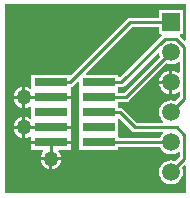
<source format=gtl>
G04 Layer_Physical_Order=1*
G04 Layer_Color=255*
%FSLAX25Y25*%
%MOIN*%
G70*
G01*
G75*
%ADD10R,0.11024X0.02953*%
%ADD11C,0.01000*%
%ADD12R,0.05906X0.05906*%
%ADD13C,0.05906*%
%ADD14C,0.05000*%
G36*
X54055Y49185D02*
X54149Y48468D01*
X54341Y48004D01*
X42366Y36029D01*
X40504D01*
Y36976D01*
X40504D01*
Y37024D01*
X40504D01*
Y37971D01*
X41500D01*
X42085Y38087D01*
X42581Y38419D01*
X53527Y49364D01*
X54055Y49185D01*
D02*
G37*
G36*
X44919Y23419D02*
X45415Y23087D01*
X46000Y22971D01*
X55208D01*
X55378Y22471D01*
X55181Y22319D01*
X54547Y21493D01*
X54355Y21029D01*
X40857D01*
X40504Y21383D01*
X40504Y21976D01*
X40504Y22476D01*
X40504Y27180D01*
X40966Y27371D01*
X44919Y23419D01*
D02*
G37*
G36*
X54047Y55547D02*
X54739D01*
X54891Y55047D01*
X54871Y55034D01*
X41004Y41167D01*
X40504Y41361D01*
Y41976D01*
X29793D01*
X29601Y42438D01*
X45134Y57971D01*
X54047D01*
Y55547D01*
D02*
G37*
G36*
X62971Y53643D02*
X62509Y53451D01*
X60926Y55034D01*
X60906Y55047D01*
X61058Y55547D01*
X61953D01*
Y63453D01*
X54047D01*
Y61029D01*
X44500D01*
X43915Y60913D01*
X43419Y60581D01*
X24972Y42134D01*
X24520Y41976D01*
Y41976D01*
X24520Y41976D01*
X11496D01*
Y37626D01*
X10996Y37380D01*
X10765Y37557D01*
X9914Y37910D01*
X9500Y37964D01*
Y34500D01*
Y31036D01*
X9914Y31090D01*
X10765Y31443D01*
X10996Y31620D01*
X11496Y31374D01*
Y27626D01*
X10996Y27380D01*
X10765Y27557D01*
X9914Y27910D01*
X9500Y27964D01*
Y24500D01*
Y21036D01*
X9914Y21090D01*
X10765Y21443D01*
X10996Y21620D01*
X11496Y21373D01*
Y20000D01*
X18008D01*
X24520D01*
Y21524D01*
X24520Y21976D01*
X24520Y22476D01*
Y24000D01*
X18008D01*
Y25000D01*
X24520D01*
Y26524D01*
X24520Y26976D01*
X24520Y27476D01*
Y31524D01*
X24520Y31976D01*
X24520Y32476D01*
Y34000D01*
X18008D01*
Y35000D01*
X24520D01*
Y36524D01*
X24520Y36976D01*
X24520Y37476D01*
Y37975D01*
X25085Y38087D01*
X25581Y38419D01*
X27018Y39855D01*
X27480Y39664D01*
Y37024D01*
X27480D01*
Y36976D01*
X27480D01*
Y32024D01*
X27480D01*
Y31976D01*
X27480D01*
Y27476D01*
X27480Y27024D01*
X27480Y26524D01*
Y22476D01*
X27480Y22024D01*
X27480Y21524D01*
Y17024D01*
X40504D01*
Y17971D01*
X54355D01*
X54547Y17507D01*
X55181Y16681D01*
X56007Y16047D01*
X56968Y15649D01*
X58000Y15513D01*
X59032Y15649D01*
X59993Y16047D01*
X60423Y16377D01*
X60923Y16131D01*
Y14586D01*
X59496Y13159D01*
X59032Y13351D01*
X58000Y13487D01*
X56968Y13351D01*
X56007Y12953D01*
X55181Y12319D01*
X54547Y11493D01*
X54149Y10532D01*
X54013Y9500D01*
X54149Y8468D01*
X54547Y7507D01*
X55181Y6681D01*
X56007Y6047D01*
X56968Y5649D01*
X58000Y5513D01*
X59032Y5649D01*
X59993Y6047D01*
X60819Y6681D01*
X61453Y7507D01*
X61851Y8468D01*
X61987Y9500D01*
X61851Y10532D01*
X61659Y10996D01*
X62509Y11846D01*
X62971Y11654D01*
Y2529D01*
X2529D01*
Y65471D01*
X62971D01*
Y53643D01*
D02*
G37*
G36*
X60971Y46167D02*
Y42833D01*
X60471Y42587D01*
X59993Y42953D01*
X59032Y43351D01*
X58500Y43421D01*
Y39500D01*
Y35579D01*
X59032Y35649D01*
X59993Y36047D01*
X60471Y36413D01*
X60971Y36167D01*
Y34633D01*
X59496Y33159D01*
X59032Y33351D01*
X58000Y33487D01*
X56968Y33351D01*
X56007Y32953D01*
X55181Y32319D01*
X54547Y31493D01*
X54149Y30532D01*
X54013Y29500D01*
X54149Y28468D01*
X54547Y27507D01*
X55181Y26681D01*
X55378Y26529D01*
X55208Y26029D01*
X46633D01*
X42081Y30581D01*
X41585Y30913D01*
X41000Y31029D01*
X40504D01*
Y31976D01*
X40504D01*
Y32024D01*
X40504D01*
Y32971D01*
X43000D01*
X43585Y33087D01*
X44081Y33419D01*
X56504Y45841D01*
X56968Y45649D01*
X58000Y45513D01*
X59032Y45649D01*
X59993Y46047D01*
X60471Y46413D01*
X60971Y46167D01*
D02*
G37*
%LPC*%
G36*
X8500Y24000D02*
X5536D01*
X5590Y23586D01*
X5943Y22735D01*
X6504Y22004D01*
X7235Y21443D01*
X8086Y21090D01*
X8500Y21036D01*
Y24000D01*
D02*
G37*
G36*
X24520Y19000D02*
X18008D01*
X11496D01*
Y17024D01*
X15413D01*
X15574Y16550D01*
X15504Y16496D01*
X14943Y15765D01*
X14590Y14914D01*
X14536Y14500D01*
X21464D01*
X21410Y14914D01*
X21057Y15765D01*
X20496Y16496D01*
X20426Y16550D01*
X20587Y17024D01*
X24520D01*
Y19000D01*
D02*
G37*
G36*
X17500Y13500D02*
X14536D01*
X14590Y13086D01*
X14943Y12235D01*
X15504Y11504D01*
X16235Y10943D01*
X17086Y10590D01*
X17500Y10536D01*
Y13500D01*
D02*
G37*
G36*
X21464D02*
X18500D01*
Y10536D01*
X18914Y10590D01*
X19765Y10943D01*
X20496Y11504D01*
X21057Y12235D01*
X21410Y13086D01*
X21464Y13500D01*
D02*
G37*
G36*
X8500Y37964D02*
X8086Y37910D01*
X7235Y37557D01*
X6504Y36996D01*
X5943Y36265D01*
X5590Y35414D01*
X5536Y35000D01*
X8500D01*
Y37964D01*
D02*
G37*
G36*
Y27964D02*
X8086Y27910D01*
X7235Y27557D01*
X6504Y26996D01*
X5943Y26265D01*
X5590Y25414D01*
X5536Y25000D01*
X8500D01*
Y27964D01*
D02*
G37*
G36*
Y34000D02*
X5536D01*
X5590Y33586D01*
X5943Y32735D01*
X6504Y32004D01*
X7235Y31443D01*
X8086Y31090D01*
X8500Y31036D01*
Y34000D01*
D02*
G37*
G36*
X57500Y39000D02*
X54079D01*
X54149Y38468D01*
X54547Y37507D01*
X55181Y36681D01*
X56007Y36047D01*
X56968Y35649D01*
X57500Y35579D01*
Y39000D01*
D02*
G37*
G36*
Y43421D02*
X56968Y43351D01*
X56007Y42953D01*
X55181Y42319D01*
X54547Y41493D01*
X54149Y40532D01*
X54079Y40000D01*
X57500D01*
Y43421D01*
D02*
G37*
%LPD*%
D10*
X18008Y39500D02*
D03*
X33992D02*
D03*
X18008Y34500D02*
D03*
X33992D02*
D03*
X18008Y29500D02*
D03*
X33992D02*
D03*
X18008Y24500D02*
D03*
X33992D02*
D03*
X18008Y19500D02*
D03*
X33992D02*
D03*
D11*
X18000Y19492D02*
X18008Y19500D01*
X18000Y14000D02*
Y19492D01*
X9000Y24500D02*
X18008D01*
X9000Y34500D02*
X18008D01*
X44500Y59500D02*
X58000D01*
X24500Y39500D02*
X44500Y59500D01*
X18008Y39500D02*
X24500D01*
X60000Y24500D02*
X62453Y22047D01*
X46000Y24500D02*
X60000D01*
X41000Y29500D02*
X46000Y24500D01*
X58000Y9500D02*
X62453Y13953D01*
Y22047D01*
X62500Y34000D02*
Y51297D01*
X58000Y29500D02*
X62500Y34000D01*
X59844Y53953D02*
X62500Y51297D01*
X41500Y39500D02*
X55953Y53953D01*
X59844D01*
X33992Y39500D02*
X41500D01*
X43000Y34500D02*
X58000Y49500D01*
X33992Y34500D02*
X43000D01*
X33992Y29500D02*
X41000D01*
X33992Y19500D02*
X58000D01*
D12*
Y59500D02*
D03*
D13*
Y49500D02*
D03*
Y39500D02*
D03*
Y29500D02*
D03*
Y19500D02*
D03*
Y9500D02*
D03*
D14*
X47000Y31500D02*
D03*
X18000Y14000D02*
D03*
X9000Y24500D02*
D03*
Y34500D02*
D03*
M02*

</source>
